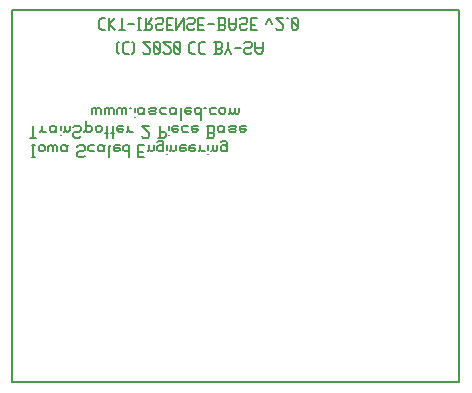
<source format=gbr>
G04 start of page 10 for group -4078 idx -4078 *
G04 Title: (unknown), bottomsilk *
G04 Creator: pcb 4.0.2 *
G04 CreationDate: Wed Oct 14 23:18:56 2020 UTC *
G04 For: ndholmes *
G04 Format: Gerber/RS-274X *
G04 PCB-Dimensions (mil): 1500.00 1250.00 *
G04 PCB-Coordinate-Origin: lower left *
%MOIN*%
%FSLAX25Y25*%
%LNBOTTOMSILK*%
%ADD68C,0.0060*%
%ADD67C,0.0080*%
G54D67*X500Y500D02*X149500D01*
Y124500D01*
X500D01*
Y500D01*
G54D68*X30200Y122000D02*X31500D01*
X29500Y121300D02*X30200Y122000D01*
X29500Y118700D02*Y121300D01*
Y118700D02*X30200Y118000D01*
X31500D01*
X32700D02*Y122000D01*
Y120000D02*X34700Y118000D01*
X32700Y120000D02*X34700Y122000D01*
X35900Y118000D02*X37900D01*
X36900D02*Y122000D01*
X39100Y120000D02*X41100D01*
X42300Y118000D02*X43300D01*
X42800D02*Y122000D01*
X42300D02*X43300D01*
X44500Y118000D02*X46500D01*
X47000Y118500D01*
Y119500D01*
X46500Y120000D02*X47000Y119500D01*
X45000Y120000D02*X46500D01*
X45000Y118000D02*Y122000D01*
X45800Y120000D02*X47000Y122000D01*
X50200Y118000D02*X50700Y118500D01*
X48700Y118000D02*X50200D01*
X48200Y118500D02*X48700Y118000D01*
X48200Y118500D02*Y119500D01*
X48700Y120000D01*
X50200D01*
X50700Y120500D01*
Y121500D01*
X50200Y122000D02*X50700Y121500D01*
X48700Y122000D02*X50200D01*
X48200Y121500D02*X48700Y122000D01*
X51900Y119800D02*X53400D01*
X51900Y122000D02*X53900D01*
X51900Y118000D02*Y122000D01*
Y118000D02*X53900D01*
X55100D02*Y122000D01*
Y118000D02*X57600Y122000D01*
Y118000D02*Y122000D01*
X60800Y118000D02*X61300Y118500D01*
X59300Y118000D02*X60800D01*
X58800Y118500D02*X59300Y118000D01*
X58800Y118500D02*Y119500D01*
X59300Y120000D01*
X60800D01*
X61300Y120500D01*
Y121500D01*
X60800Y122000D02*X61300Y121500D01*
X59300Y122000D02*X60800D01*
X58800Y121500D02*X59300Y122000D01*
X62500Y119800D02*X64000D01*
X62500Y122000D02*X64500D01*
X62500Y118000D02*Y122000D01*
Y118000D02*X64500D01*
X65700Y120000D02*X67700D01*
X68900Y122000D02*X70900D01*
X71400Y121500D01*
Y120300D02*Y121500D01*
X70900Y119800D02*X71400Y120300D01*
X69400Y119800D02*X70900D01*
X69400Y118000D02*Y122000D01*
X68900Y118000D02*X70900D01*
X71400Y118500D01*
Y119300D01*
X70900Y119800D02*X71400Y119300D01*
X72600Y119000D02*Y122000D01*
Y119000D02*X73300Y118000D01*
X74400D01*
X75100Y119000D01*
Y122000D01*
X72600Y120000D02*X75100D01*
X78300Y118000D02*X78800Y118500D01*
X76800Y118000D02*X78300D01*
X76300Y118500D02*X76800Y118000D01*
X76300Y118500D02*Y119500D01*
X76800Y120000D01*
X78300D01*
X78800Y120500D01*
Y121500D01*
X78300Y122000D02*X78800Y121500D01*
X76800Y122000D02*X78300D01*
X76300Y121500D02*X76800Y122000D01*
X80000Y119800D02*X81500D01*
X80000Y122000D02*X82000D01*
X80000Y118000D02*Y122000D01*
Y118000D02*X82000D01*
X85000Y120000D02*X86000Y122000D01*
X87000Y120000D02*X86000Y122000D01*
X88200Y118500D02*X88700Y118000D01*
X90200D01*
X90700Y118500D01*
Y119500D01*
X88200Y122000D02*X90700Y119500D01*
X88200Y122000D02*X90700D01*
X91900D02*X92400D01*
X93600Y121500D02*X94100Y122000D01*
X93600Y118500D02*Y121500D01*
Y118500D02*X94100Y118000D01*
X95100D01*
X95600Y118500D01*
Y121500D01*
X95100Y122000D02*X95600Y121500D01*
X94100Y122000D02*X95100D01*
X93600Y121000D02*X95600Y119000D01*
X6500Y82000D02*X8500D01*
X7500D02*Y86000D01*
X10200Y84500D02*Y86000D01*
Y84500D02*X10700Y84000D01*
X11700D01*
X9700D02*X10200Y84500D01*
X14400Y84000D02*X14900Y84500D01*
X13400Y84000D02*X14400D01*
X12900Y84500D02*X13400Y84000D01*
X12900Y84500D02*Y85500D01*
X13400Y86000D01*
X14900Y84000D02*Y85500D01*
X15400Y86000D01*
X13400D02*X14400D01*
X14900Y85500D01*
X16600Y83000D02*Y83100D01*
Y84500D02*Y86000D01*
X18100Y84500D02*Y86000D01*
Y84500D02*X18600Y84000D01*
X19100D01*
X19600Y84500D01*
Y86000D01*
X17600Y84000D02*X18100Y84500D01*
X22800Y82000D02*X23300Y82500D01*
X21300Y82000D02*X22800D01*
X20800Y82500D02*X21300Y82000D01*
X20800Y82500D02*Y83500D01*
X21300Y84000D01*
X22800D01*
X23300Y84500D01*
Y85500D01*
X22800Y86000D02*X23300Y85500D01*
X21300Y86000D02*X22800D01*
X20800Y85500D02*X21300Y86000D01*
X25000Y84500D02*Y87500D01*
X24500Y84000D02*X25000Y84500D01*
X25500Y84000D01*
X26500D01*
X27000Y84500D01*
Y85500D01*
X26500Y86000D02*X27000Y85500D01*
X25500Y86000D02*X26500D01*
X25000Y85500D02*X25500Y86000D01*
X28200Y84500D02*Y85500D01*
Y84500D02*X28700Y84000D01*
X29700D01*
X30200Y84500D01*
Y85500D01*
X29700Y86000D02*X30200Y85500D01*
X28700Y86000D02*X29700D01*
X28200Y85500D02*X28700Y86000D01*
X31900Y82000D02*Y85500D01*
X32400Y86000D01*
X31400Y83500D02*X32400D01*
X33900Y82000D02*Y85500D01*
X34400Y86000D01*
X33400Y83500D02*X34400D01*
X35900Y86000D02*X37400D01*
X35400Y85500D02*X35900Y86000D01*
X35400Y84500D02*Y85500D01*
Y84500D02*X35900Y84000D01*
X36900D01*
X37400Y84500D01*
X35400Y85000D02*X37400D01*
Y84500D02*Y85000D01*
X39100Y84500D02*Y86000D01*
Y84500D02*X39600Y84000D01*
X40600D01*
X38600D02*X39100Y84500D01*
X43600Y82500D02*X44100Y82000D01*
X45600D01*
X46100Y82500D01*
Y83500D01*
X43600Y86000D02*X46100Y83500D01*
X43600Y86000D02*X46100D01*
X49600Y82000D02*Y86000D01*
X49100Y82000D02*X51100D01*
X51600Y82500D01*
Y83500D01*
X51100Y84000D02*X51600Y83500D01*
X49600Y84000D02*X51100D01*
X52800Y83000D02*Y83100D01*
Y84500D02*Y86000D01*
X54300D02*X55800D01*
X53800Y85500D02*X54300Y86000D01*
X53800Y84500D02*Y85500D01*
Y84500D02*X54300Y84000D01*
X55300D01*
X55800Y84500D01*
X53800Y85000D02*X55800D01*
Y84500D02*Y85000D01*
X57500Y84000D02*X59000D01*
X57000Y84500D02*X57500Y84000D01*
X57000Y84500D02*Y85500D01*
X57500Y86000D01*
X59000D01*
X60700D02*X62200D01*
X60200Y85500D02*X60700Y86000D01*
X60200Y84500D02*Y85500D01*
Y84500D02*X60700Y84000D01*
X61700D01*
X62200Y84500D01*
X60200Y85000D02*X62200D01*
Y84500D02*Y85000D01*
X65200Y86000D02*X67200D01*
X67700Y85500D01*
Y84300D02*Y85500D01*
X67200Y83800D02*X67700Y84300D01*
X65700Y83800D02*X67200D01*
X65700Y82000D02*Y86000D01*
X65200Y82000D02*X67200D01*
X67700Y82500D01*
Y83300D01*
X67200Y83800D02*X67700Y83300D01*
X70400Y84000D02*X70900Y84500D01*
X69400Y84000D02*X70400D01*
X68900Y84500D02*X69400Y84000D01*
X68900Y84500D02*Y85500D01*
X69400Y86000D01*
X70900Y84000D02*Y85500D01*
X71400Y86000D01*
X69400D02*X70400D01*
X70900Y85500D01*
X73100Y86000D02*X74600D01*
X75100Y85500D01*
X74600Y85000D02*X75100Y85500D01*
X73100Y85000D02*X74600D01*
X72600Y84500D02*X73100Y85000D01*
X72600Y84500D02*X73100Y84000D01*
X74600D01*
X75100Y84500D01*
X72600Y85500D02*X73100Y86000D01*
X76800D02*X78300D01*
X76300Y85500D02*X76800Y86000D01*
X76300Y84500D02*Y85500D01*
Y84500D02*X76800Y84000D01*
X77800D01*
X78300Y84500D01*
X76300Y85000D02*X78300D01*
Y84500D02*Y85000D01*
X7000Y75500D02*X8000D01*
X7500D02*Y79500D01*
X7000D02*X8000D01*
X9200Y78000D02*Y79000D01*
Y78000D02*X9700Y77500D01*
X10700D01*
X11200Y78000D01*
Y79000D01*
X10700Y79500D02*X11200Y79000D01*
X9700Y79500D02*X10700D01*
X9200Y79000D02*X9700Y79500D01*
X12400Y77500D02*Y79000D01*
X12900Y79500D01*
X13400D01*
X13900Y79000D01*
Y77500D02*Y79000D01*
X14400Y79500D01*
X14900D01*
X15400Y79000D01*
Y77500D02*Y79000D01*
X18100Y77500D02*X18600Y78000D01*
X17100Y77500D02*X18100D01*
X16600Y78000D02*X17100Y77500D01*
X16600Y78000D02*Y79000D01*
X17100Y79500D01*
X18600Y77500D02*Y79000D01*
X19100Y79500D01*
X17100D02*X18100D01*
X18600Y79000D01*
X24100Y75500D02*X24600Y76000D01*
X22600Y75500D02*X24100D01*
X22100Y76000D02*X22600Y75500D01*
X22100Y76000D02*Y77000D01*
X22600Y77500D01*
X24100D01*
X24600Y78000D01*
Y79000D01*
X24100Y79500D02*X24600Y79000D01*
X22600Y79500D02*X24100D01*
X22100Y79000D02*X22600Y79500D01*
X26300Y77500D02*X27800D01*
X25800Y78000D02*X26300Y77500D01*
X25800Y78000D02*Y79000D01*
X26300Y79500D01*
X27800D01*
X30500Y77500D02*X31000Y78000D01*
X29500Y77500D02*X30500D01*
X29000Y78000D02*X29500Y77500D01*
X29000Y78000D02*Y79000D01*
X29500Y79500D01*
X31000Y77500D02*Y79000D01*
X31500Y79500D01*
X29500D02*X30500D01*
X31000Y79000D01*
X32700Y75500D02*Y79000D01*
X33200Y79500D01*
X34700D02*X36200D01*
X34200Y79000D02*X34700Y79500D01*
X34200Y78000D02*Y79000D01*
Y78000D02*X34700Y77500D01*
X35700D01*
X36200Y78000D01*
X34200Y78500D02*X36200D01*
Y78000D02*Y78500D01*
X39400Y75500D02*Y79500D01*
X38900D02*X39400Y79000D01*
X37900Y79500D02*X38900D01*
X37400Y79000D02*X37900Y79500D01*
X37400Y78000D02*Y79000D01*
Y78000D02*X37900Y77500D01*
X38900D01*
X39400Y78000D01*
X42400Y77300D02*X43900D01*
X42400Y79500D02*X44400D01*
X42400Y75500D02*Y79500D01*
Y75500D02*X44400D01*
X46100Y78000D02*Y79500D01*
Y78000D02*X46600Y77500D01*
X47100D01*
X47600Y78000D01*
Y79500D01*
X45600Y77500D02*X46100Y78000D01*
X50300Y77500D02*X50800Y78000D01*
X49300Y77500D02*X50300D01*
X48800Y78000D02*X49300Y77500D01*
X48800Y78000D02*Y79000D01*
X49300Y79500D01*
X50300D01*
X50800Y79000D01*
X48800Y80500D02*X49300Y81000D01*
X50300D01*
X50800Y80500D01*
Y77500D02*Y80500D01*
X52000Y76500D02*Y76600D01*
Y78000D02*Y79500D01*
X53500Y78000D02*Y79500D01*
Y78000D02*X54000Y77500D01*
X54500D01*
X55000Y78000D01*
Y79500D01*
X53000Y77500D02*X53500Y78000D01*
X56700Y79500D02*X58200D01*
X56200Y79000D02*X56700Y79500D01*
X56200Y78000D02*Y79000D01*
Y78000D02*X56700Y77500D01*
X57700D01*
X58200Y78000D01*
X56200Y78500D02*X58200D01*
Y78000D02*Y78500D01*
X59900Y79500D02*X61400D01*
X59400Y79000D02*X59900Y79500D01*
X59400Y78000D02*Y79000D01*
Y78000D02*X59900Y77500D01*
X60900D01*
X61400Y78000D01*
X59400Y78500D02*X61400D01*
Y78000D02*Y78500D01*
X63100Y78000D02*Y79500D01*
Y78000D02*X63600Y77500D01*
X64600D01*
X62600D02*X63100Y78000D01*
X65800Y76500D02*Y76600D01*
Y78000D02*Y79500D01*
X67300Y78000D02*Y79500D01*
Y78000D02*X67800Y77500D01*
X68300D01*
X68800Y78000D01*
Y79500D01*
X66800Y77500D02*X67300Y78000D01*
X71500Y77500D02*X72000Y78000D01*
X70500Y77500D02*X71500D01*
X70000Y78000D02*X70500Y77500D01*
X70000Y78000D02*Y79000D01*
X70500Y79500D01*
X71500D01*
X72000Y79000D01*
X70000Y80500D02*X70500Y81000D01*
X71500D01*
X72000Y80500D01*
Y77500D02*Y80500D01*
X35500Y113500D02*X36000Y114000D01*
X35500Y110500D02*X36000Y110000D01*
X35500Y110500D02*Y113500D01*
X37900Y114000D02*X39200D01*
X37200Y113300D02*X37900Y114000D01*
X37200Y110700D02*Y113300D01*
Y110700D02*X37900Y110000D01*
X39200D01*
X40400D02*X40900Y110500D01*
Y113500D01*
X40400Y114000D02*X40900Y113500D01*
X43900Y110500D02*X44400Y110000D01*
X45900D01*
X46400Y110500D01*
Y111500D01*
X43900Y114000D02*X46400Y111500D01*
X43900Y114000D02*X46400D01*
X47600Y113500D02*X48100Y114000D01*
X47600Y110500D02*Y113500D01*
Y110500D02*X48100Y110000D01*
X49100D01*
X49600Y110500D01*
Y113500D01*
X49100Y114000D02*X49600Y113500D01*
X48100Y114000D02*X49100D01*
X47600Y113000D02*X49600Y111000D01*
X50800Y110500D02*X51300Y110000D01*
X52800D01*
X53300Y110500D01*
Y111500D01*
X50800Y114000D02*X53300Y111500D01*
X50800Y114000D02*X53300D01*
X54500Y113500D02*X55000Y114000D01*
X54500Y110500D02*Y113500D01*
Y110500D02*X55000Y110000D01*
X56000D01*
X56500Y110500D01*
Y113500D01*
X56000Y114000D02*X56500Y113500D01*
X55000Y114000D02*X56000D01*
X54500Y113000D02*X56500Y111000D01*
X60200Y114000D02*X61500D01*
X59500Y113300D02*X60200Y114000D01*
X59500Y110700D02*Y113300D01*
Y110700D02*X60200Y110000D01*
X61500D01*
X63400Y114000D02*X64700D01*
X62700Y113300D02*X63400Y114000D01*
X62700Y110700D02*Y113300D01*
Y110700D02*X63400Y110000D01*
X64700D01*
X67700Y114000D02*X69700D01*
X70200Y113500D01*
Y112300D02*Y113500D01*
X69700Y111800D02*X70200Y112300D01*
X68200Y111800D02*X69700D01*
X68200Y110000D02*Y114000D01*
X67700Y110000D02*X69700D01*
X70200Y110500D01*
Y111300D01*
X69700Y111800D02*X70200Y111300D01*
X71400Y110000D02*X72400Y112000D01*
X73400Y110000D01*
X72400Y112000D02*Y114000D01*
X74600Y112000D02*X76600D01*
X79800Y110000D02*X80300Y110500D01*
X78300Y110000D02*X79800D01*
X77800Y110500D02*X78300Y110000D01*
X77800Y110500D02*Y111500D01*
X78300Y112000D01*
X79800D01*
X80300Y112500D01*
Y113500D01*
X79800Y114000D02*X80300Y113500D01*
X78300Y114000D02*X79800D01*
X77800Y113500D02*X78300Y114000D01*
X81500Y111000D02*Y114000D01*
Y111000D02*X82200Y110000D01*
X83300D01*
X84000Y111000D01*
Y114000D01*
X81500Y112000D02*X84000D01*
X27000Y90000D02*Y91500D01*
X27500Y92000D01*
X28000D01*
X28500Y91500D01*
Y90000D02*Y91500D01*
X29000Y92000D01*
X29500D01*
X30000Y91500D01*
Y90000D02*Y91500D01*
X31200Y90000D02*Y91500D01*
X31700Y92000D01*
X32200D01*
X32700Y91500D01*
Y90000D02*Y91500D01*
X33200Y92000D01*
X33700D01*
X34200Y91500D01*
Y90000D02*Y91500D01*
X35400Y90000D02*Y91500D01*
X35900Y92000D01*
X36400D01*
X36900Y91500D01*
Y90000D02*Y91500D01*
X37400Y92000D01*
X37900D01*
X38400Y91500D01*
Y90000D02*Y91500D01*
X39600Y92000D02*X40100D01*
X41300Y89000D02*Y89100D01*
Y90500D02*Y92000D01*
X43800Y90000D02*X44300Y90500D01*
X42800Y90000D02*X43800D01*
X42300Y90500D02*X42800Y90000D01*
X42300Y90500D02*Y91500D01*
X42800Y92000D01*
X44300Y90000D02*Y91500D01*
X44800Y92000D01*
X42800D02*X43800D01*
X44300Y91500D01*
X46500Y92000D02*X48000D01*
X48500Y91500D01*
X48000Y91000D02*X48500Y91500D01*
X46500Y91000D02*X48000D01*
X46000Y90500D02*X46500Y91000D01*
X46000Y90500D02*X46500Y90000D01*
X48000D01*
X48500Y90500D01*
X46000Y91500D02*X46500Y92000D01*
X50200Y90000D02*X51700D01*
X49700Y90500D02*X50200Y90000D01*
X49700Y90500D02*Y91500D01*
X50200Y92000D01*
X51700D01*
X54400Y90000D02*X54900Y90500D01*
X53400Y90000D02*X54400D01*
X52900Y90500D02*X53400Y90000D01*
X52900Y90500D02*Y91500D01*
X53400Y92000D01*
X54900Y90000D02*Y91500D01*
X55400Y92000D01*
X53400D02*X54400D01*
X54900Y91500D01*
X56600Y88000D02*Y91500D01*
X57100Y92000D01*
X58600D02*X60100D01*
X58100Y91500D02*X58600Y92000D01*
X58100Y90500D02*Y91500D01*
Y90500D02*X58600Y90000D01*
X59600D01*
X60100Y90500D01*
X58100Y91000D02*X60100D01*
Y90500D02*Y91000D01*
X63300Y88000D02*Y92000D01*
X62800D02*X63300Y91500D01*
X61800Y92000D02*X62800D01*
X61300Y91500D02*X61800Y92000D01*
X61300Y90500D02*Y91500D01*
Y90500D02*X61800Y90000D01*
X62800D01*
X63300Y90500D01*
X64500Y92000D02*X65000D01*
X66700Y90000D02*X68200D01*
X66200Y90500D02*X66700Y90000D01*
X66200Y90500D02*Y91500D01*
X66700Y92000D01*
X68200D01*
X69400Y90500D02*Y91500D01*
Y90500D02*X69900Y90000D01*
X70900D01*
X71400Y90500D01*
Y91500D01*
X70900Y92000D02*X71400Y91500D01*
X69900Y92000D02*X70900D01*
X69400Y91500D02*X69900Y92000D01*
X73100Y90500D02*Y92000D01*
Y90500D02*X73600Y90000D01*
X74100D01*
X74600Y90500D01*
Y92000D01*
Y90500D02*X75100Y90000D01*
X75600D01*
X76100Y90500D01*
Y92000D01*
X72600Y90000D02*X73100Y90500D01*
M02*

</source>
